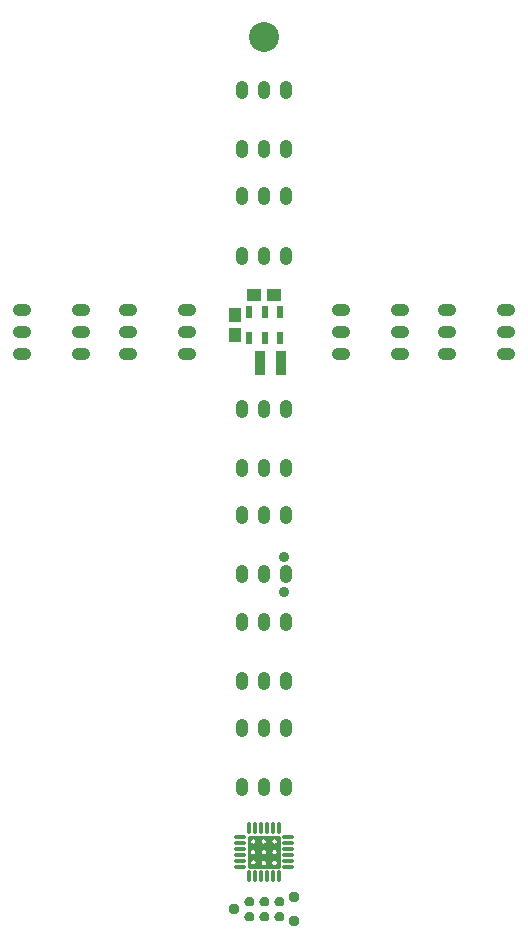
<source format=gts>
G04 DipTrace 2.4.0.2*
%INcross.gts*%
%MOMM*%
%ADD10C,0.25*%
%ADD18C,0.165*%
%ADD27R,0.5X1.0*%
%ADD39C,0.95*%
%ADD40C,0.9*%
%ADD41C,2.54*%
%ADD46O,1.55X1.05*%
%ADD47R,0.9X2.05*%
%ADD48R,1.05X1.15*%
%ADD49R,1.15X1.05*%
%ADD50O,1.05X1.55*%
%ADD54O,1.05X0.33*%
%ADD55O,0.33X1.05*%
%FSLAX53Y53*%
G04*
G71*
G90*
G75*
G01*
%LNTopMask*%
%LPD*%
X30824Y16996D2*
D18*
X30825Y17015D1*
X30827Y17033D1*
X30830Y17052D1*
X30835Y17070D1*
X30841Y17088D1*
X30848Y17105D1*
X30857Y17121D1*
X30866Y17138D1*
X30877Y17153D1*
X30889Y17168D1*
X30902Y17182D1*
X30916Y17194D1*
X30931Y17206D1*
X30947Y17217D1*
X30964Y17227D1*
X30981Y17236D1*
X30999Y17244D1*
X31017Y17250D1*
X31036Y17255D1*
X31055Y17259D1*
X31074Y17261D1*
X31094Y17263D1*
X31113D1*
X31133Y17261D1*
X31152Y17259D1*
X31171Y17255D1*
X31190Y17250D1*
X31208Y17244D1*
X31226Y17236D1*
X31243Y17227D1*
X31260Y17217D1*
X31275Y17206D1*
X31290Y17194D1*
X31304Y17182D1*
X31318Y17168D1*
X31330Y17153D1*
X31340Y17138D1*
X31350Y17121D1*
X31359Y17105D1*
X31366Y17088D1*
X31372Y17070D1*
X31377Y17052D1*
X31380Y17033D1*
X31382Y17015D1*
X31383Y16996D1*
X31382Y16978D1*
X31380Y16959D1*
X31377Y16941D1*
X31372Y16923D1*
X31366Y16905D1*
X31359Y16888D1*
X31350Y16871D1*
X31340Y16855D1*
X31330Y16840D1*
X31318Y16825D1*
X31304Y16811D1*
X31290Y16798D1*
X31275Y16786D1*
X31260Y16775D1*
X31243Y16765D1*
X31226Y16757D1*
X31208Y16749D1*
X31190Y16743D1*
X31171Y16738D1*
X31152Y16734D1*
X31133Y16731D1*
X31113Y16730D1*
X31094D1*
X31074Y16731D1*
X31055Y16734D1*
X31036Y16738D1*
X31017Y16743D1*
X30999Y16749D1*
X30981Y16757D1*
X30964Y16765D1*
X30947Y16775D1*
X30931Y16786D1*
X30916Y16798D1*
X30902Y16811D1*
X30889Y16825D1*
X30877Y16840D1*
X30866Y16855D1*
X30857Y16871D1*
X30848Y16888D1*
X30841Y16905D1*
X30835Y16923D1*
X30830Y16941D1*
X30827Y16959D1*
X30825Y16978D1*
X30824Y16996D1*
Y17900D2*
X30825Y17918D1*
X30827Y17937D1*
X30830Y17955D1*
X30835Y17973D1*
X30841Y17991D1*
X30848Y18008D1*
X30857Y18025D1*
X30866Y18041D1*
X30877Y18056D1*
X30889Y18071D1*
X30902Y18085D1*
X30916Y18098D1*
X30931Y18110D1*
X30947Y18121D1*
X30964Y18130D1*
X30981Y18139D1*
X30999Y18147D1*
X31017Y18153D1*
X31036Y18158D1*
X31055Y18162D1*
X31074Y18165D1*
X31094Y18166D1*
X31113D1*
X31133Y18165D1*
X31152Y18162D1*
X31171Y18158D1*
X31190Y18153D1*
X31208Y18147D1*
X31226Y18139D1*
X31243Y18130D1*
X31260Y18121D1*
X31275Y18110D1*
X31290Y18098D1*
X31304Y18085D1*
X31318Y18071D1*
X31330Y18056D1*
X31340Y18041D1*
X31350Y18025D1*
X31359Y18008D1*
X31366Y17991D1*
X31372Y17973D1*
X31377Y17955D1*
X31380Y17937D1*
X31382Y17918D1*
X31383Y17900D1*
X31382Y17881D1*
X31380Y17862D1*
X31377Y17844D1*
X31372Y17826D1*
X31366Y17808D1*
X31359Y17791D1*
X31350Y17774D1*
X31340Y17758D1*
X31330Y17743D1*
X31318Y17728D1*
X31304Y17714D1*
X31290Y17701D1*
X31275Y17689D1*
X31260Y17679D1*
X31243Y17669D1*
X31226Y17660D1*
X31208Y17652D1*
X31190Y17646D1*
X31171Y17641D1*
X31152Y17637D1*
X31133Y17634D1*
X31113Y17633D1*
X31094D1*
X31074Y17634D1*
X31055Y17637D1*
X31036Y17641D1*
X31017Y17646D1*
X30999Y17652D1*
X30981Y17660D1*
X30964Y17669D1*
X30947Y17679D1*
X30931Y17689D1*
X30916Y17701D1*
X30902Y17714D1*
X30889Y17728D1*
X30877Y17743D1*
X30866Y17758D1*
X30857Y17774D1*
X30848Y17791D1*
X30841Y17808D1*
X30835Y17826D1*
X30830Y17844D1*
X30827Y17862D1*
X30825Y17881D1*
X30824Y17900D1*
X31721Y16090D2*
Y16108D1*
X31723Y16127D1*
X31727Y16145D1*
X31731Y16163D1*
X31737Y16181D1*
X31745Y16198D1*
X31753Y16215D1*
X31763Y16231D1*
X31774Y16246D1*
X31786Y16261D1*
X31799Y16275D1*
X31813Y16288D1*
X31828Y16300D1*
X31844Y16311D1*
X31860Y16321D1*
X31877Y16329D1*
X31895Y16337D1*
X31914Y16343D1*
X31932Y16348D1*
X31951Y16352D1*
X31971Y16355D1*
X31990Y16356D1*
X32010D1*
X32029Y16355D1*
X32049Y16352D1*
X32068Y16348D1*
X32086Y16343D1*
X32105Y16337D1*
X32123Y16329D1*
X32140Y16321D1*
X32156Y16311D1*
X32172Y16300D1*
X32187Y16288D1*
X32201Y16275D1*
X32214Y16261D1*
X32226Y16246D1*
X32237Y16231D1*
X32247Y16215D1*
X32255Y16198D1*
X32263Y16181D1*
X32269Y16163D1*
X32273Y16145D1*
X32277Y16127D1*
X32279Y16108D1*
Y16090D1*
Y16071D1*
X32277Y16053D1*
X32273Y16034D1*
X32269Y16016D1*
X32263Y15998D1*
X32255Y15981D1*
X32247Y15964D1*
X32237Y15948D1*
X32226Y15933D1*
X32214Y15918D1*
X32201Y15904D1*
X32187Y15892D1*
X32172Y15880D1*
X32156Y15869D1*
X32140Y15859D1*
X32123Y15850D1*
X32105Y15842D1*
X32086Y15836D1*
X32068Y15831D1*
X32049Y15827D1*
X32029Y15824D1*
X32010Y15823D1*
X31990D1*
X31971Y15824D1*
X31951Y15827D1*
X31932Y15831D1*
X31914Y15836D1*
X31895Y15842D1*
X31877Y15850D1*
X31860Y15859D1*
X31844Y15869D1*
X31828Y15880D1*
X31813Y15892D1*
X31799Y15904D1*
X31786Y15918D1*
X31774Y15933D1*
X31763Y15948D1*
X31753Y15964D1*
X31745Y15981D1*
X31737Y15998D1*
X31731Y16016D1*
X31727Y16034D1*
X31723Y16053D1*
X31721Y16071D1*
Y16090D1*
X31724Y16990D2*
X31725Y17008D1*
X31727Y17027D1*
X31730Y17045D1*
X31735Y17063D1*
X31741Y17081D1*
X31748Y17098D1*
X31757Y17115D1*
X31767Y17131D1*
X31777Y17146D1*
X31789Y17161D1*
X31802Y17175D1*
X31816Y17188D1*
X31831Y17200D1*
X31847Y17211D1*
X31864Y17220D1*
X31881Y17229D1*
X31899Y17237D1*
X31917Y17243D1*
X31936Y17248D1*
X31955Y17252D1*
X31974Y17255D1*
X31994Y17256D1*
X32013D1*
X32033Y17255D1*
X32052Y17252D1*
X32071Y17248D1*
X32090Y17243D1*
X32108Y17237D1*
X32126Y17229D1*
X32143Y17220D1*
X32159Y17211D1*
X32175Y17200D1*
X32190Y17188D1*
X32204Y17175D1*
X32217Y17161D1*
X32229Y17146D1*
X32240Y17131D1*
X32250Y17115D1*
X32258Y17098D1*
X32266Y17081D1*
X32272Y17063D1*
X32276Y17045D1*
X32280Y17027D1*
X32282Y17008D1*
X32283Y16990D1*
X32282Y16971D1*
X32280Y16952D1*
X32276Y16934D1*
X32272Y16916D1*
X32266Y16898D1*
X32258Y16881D1*
X32250Y16864D1*
X32240Y16848D1*
X32229Y16833D1*
X32217Y16818D1*
X32204Y16804D1*
X32190Y16791D1*
X32175Y16779D1*
X32159Y16768D1*
X32143Y16759D1*
X32126Y16750D1*
X32108Y16742D1*
X32090Y16736D1*
X32071Y16731D1*
X32052Y16727D1*
X32033Y16724D1*
X32013Y16723D1*
X31994D1*
X31974Y16724D1*
X31955Y16727D1*
X31936Y16731D1*
X31917Y16736D1*
X31899Y16742D1*
X31881Y16750D1*
X31864Y16759D1*
X31847Y16768D1*
X31831Y16779D1*
X31816Y16791D1*
X31802Y16804D1*
X31789Y16818D1*
X31777Y16833D1*
X31767Y16848D1*
X31757Y16864D1*
X31748Y16881D1*
X31741Y16898D1*
X31735Y16916D1*
X31730Y16934D1*
X31727Y16952D1*
X31725Y16971D1*
X31724Y16990D1*
Y17000D2*
X31725Y17018D1*
X31727Y17037D1*
X31730Y17055D1*
X31735Y17073D1*
X31741Y17091D1*
X31748Y17108D1*
X31757Y17125D1*
X31767Y17141D1*
X31777Y17156D1*
X31789Y17171D1*
X31802Y17185D1*
X31816Y17198D1*
X31831Y17210D1*
X31847Y17221D1*
X31864Y17231D1*
X31881Y17239D1*
X31899Y17247D1*
X31917Y17253D1*
X31936Y17258D1*
X31955Y17262D1*
X31974Y17265D1*
X31994Y17266D1*
X32013D1*
X32033Y17265D1*
X32052Y17262D1*
X32071Y17258D1*
X32090Y17253D1*
X32108Y17247D1*
X32126Y17239D1*
X32143Y17231D1*
X32159Y17221D1*
X32175Y17210D1*
X32190Y17198D1*
X32204Y17185D1*
X32217Y17171D1*
X32229Y17156D1*
X32240Y17141D1*
X32250Y17125D1*
X32258Y17108D1*
X32266Y17091D1*
X32272Y17073D1*
X32276Y17055D1*
X32280Y17037D1*
X32282Y17018D1*
X32283Y17000D1*
X32282Y16981D1*
X32280Y16963D1*
X32276Y16944D1*
X32272Y16926D1*
X32266Y16909D1*
X32258Y16891D1*
X32250Y16875D1*
X32240Y16858D1*
X32229Y16843D1*
X32217Y16828D1*
X32204Y16815D1*
X32190Y16802D1*
X32175Y16790D1*
X32159Y16779D1*
X32143Y16769D1*
X32126Y16760D1*
X32108Y16753D1*
X32090Y16746D1*
X32071Y16741D1*
X32052Y16737D1*
X32033Y16735D1*
X32013Y16733D1*
X31994D1*
X31974Y16735D1*
X31955Y16737D1*
X31936Y16741D1*
X31917Y16746D1*
X31899Y16753D1*
X31881Y16760D1*
X31864Y16769D1*
X31847Y16779D1*
X31831Y16790D1*
X31816Y16802D1*
X31802Y16815D1*
X31789Y16828D1*
X31777Y16843D1*
X31767Y16858D1*
X31757Y16875D1*
X31748Y16891D1*
X31741Y16909D1*
X31735Y16926D1*
X31730Y16944D1*
X31727Y16963D1*
X31725Y16981D1*
X31724Y17000D1*
X31717Y17896D2*
X31718Y17915D1*
X31720Y17933D1*
X31724Y17952D1*
X31728Y17970D1*
X31734Y17987D1*
X31742Y18005D1*
X31750Y18021D1*
X31760Y18037D1*
X31771Y18053D1*
X31783Y18068D1*
X31796Y18081D1*
X31810Y18094D1*
X31825Y18106D1*
X31841Y18117D1*
X31857Y18127D1*
X31874Y18136D1*
X31892Y18143D1*
X31910Y18150D1*
X31929Y18155D1*
X31948Y18159D1*
X31967Y18161D1*
X31987Y18163D1*
X32006D1*
X32026Y18161D1*
X32045Y18159D1*
X32064Y18155D1*
X32083Y18150D1*
X32101Y18143D1*
X32119Y18136D1*
X32136Y18127D1*
X32153Y18117D1*
X32169Y18106D1*
X32184Y18094D1*
X32198Y18081D1*
X32211Y18068D1*
X32223Y18053D1*
X32233Y18037D1*
X32243Y18021D1*
X32252Y18005D1*
X32259Y17987D1*
X32265Y17970D1*
X32270Y17952D1*
X32273Y17933D1*
X32275Y17915D1*
X32276Y17896D1*
X32275Y17878D1*
X32273Y17859D1*
X32270Y17841D1*
X32265Y17823D1*
X32259Y17805D1*
X32252Y17788D1*
X32243Y17771D1*
X32233Y17755D1*
X32223Y17739D1*
X32211Y17725D1*
X32198Y17711D1*
X32184Y17698D1*
X32169Y17686D1*
X32153Y17675D1*
X32136Y17665D1*
X32119Y17657D1*
X32101Y17649D1*
X32083Y17643D1*
X32064Y17637D1*
X32045Y17634D1*
X32026Y17631D1*
X32006Y17630D1*
X31987D1*
X31967Y17631D1*
X31948Y17634D1*
X31929Y17637D1*
X31910Y17643D1*
X31892Y17649D1*
X31874Y17657D1*
X31857Y17665D1*
X31841Y17675D1*
X31825Y17686D1*
X31810Y17698D1*
X31796Y17711D1*
X31783Y17725D1*
X31771Y17739D1*
X31760Y17755D1*
X31750Y17771D1*
X31742Y17788D1*
X31734Y17805D1*
X31728Y17823D1*
X31724Y17841D1*
X31720Y17859D1*
X31718Y17878D1*
X31717Y17896D1*
X32624Y16993D2*
X32625Y17012D1*
X32627Y17030D1*
X32630Y17048D1*
X32635Y17066D1*
X32641Y17084D1*
X32648Y17101D1*
X32657Y17118D1*
X32667Y17134D1*
X32678Y17150D1*
X32690Y17164D1*
X32703Y17178D1*
X32717Y17191D1*
X32732Y17203D1*
X32747Y17214D1*
X32764Y17224D1*
X32781Y17233D1*
X32799Y17240D1*
X32817Y17246D1*
X32836Y17252D1*
X32855Y17255D1*
X32874Y17258D1*
X32894Y17259D1*
X32913D1*
X32933Y17258D1*
X32952Y17255D1*
X32971Y17252D1*
X32990Y17246D1*
X33008Y17240D1*
X33026Y17233D1*
X33043Y17224D1*
X33060Y17214D1*
X33075Y17203D1*
X33090Y17191D1*
X33104Y17178D1*
X33117Y17164D1*
X33129Y17150D1*
X33140Y17134D1*
X33150Y17118D1*
X33159Y17101D1*
X33166Y17084D1*
X33172Y17066D1*
X33177Y17048D1*
X33180Y17030D1*
X33182Y17012D1*
X33183Y16993D1*
X33182Y16974D1*
X33180Y16956D1*
X33177Y16937D1*
X33172Y16919D1*
X33166Y16902D1*
X33159Y16884D1*
X33150Y16868D1*
X33140Y16852D1*
X33129Y16836D1*
X33117Y16822D1*
X33104Y16808D1*
X33090Y16795D1*
X33075Y16783D1*
X33060Y16772D1*
X33043Y16762D1*
X33026Y16753D1*
X33008Y16746D1*
X32990Y16739D1*
X32971Y16734D1*
X32952Y16730D1*
X32933Y16728D1*
X32913Y16726D1*
X32894D1*
X32874Y16728D1*
X32855Y16730D1*
X32836Y16734D1*
X32817Y16739D1*
X32799Y16746D1*
X32781Y16753D1*
X32764Y16762D1*
X32747Y16772D1*
X32732Y16783D1*
X32717Y16795D1*
X32703Y16808D1*
X32690Y16822D1*
X32678Y16836D1*
X32667Y16852D1*
X32657Y16868D1*
X32648Y16884D1*
X32641Y16902D1*
X32635Y16919D1*
X32630Y16937D1*
X32627Y16956D1*
X32625Y16974D1*
X32624Y16993D1*
Y16096D2*
X32625Y16115D1*
X32627Y16134D1*
X32630Y16152D1*
X32635Y16170D1*
X32641Y16188D1*
X32648Y16205D1*
X32657Y16222D1*
X32667Y16238D1*
X32678Y16253D1*
X32690Y16268D1*
X32703Y16282D1*
X32717Y16295D1*
X32732Y16307D1*
X32747Y16317D1*
X32764Y16327D1*
X32781Y16336D1*
X32799Y16344D1*
X32817Y16350D1*
X32836Y16355D1*
X32855Y16359D1*
X32874Y16362D1*
X32894Y16363D1*
X32913D1*
X32933Y16362D1*
X32952Y16359D1*
X32971Y16355D1*
X32990Y16350D1*
X33008Y16344D1*
X33026Y16336D1*
X33043Y16327D1*
X33060Y16317D1*
X33075Y16307D1*
X33090Y16295D1*
X33104Y16282D1*
X33117Y16268D1*
X33129Y16253D1*
X33140Y16238D1*
X33150Y16222D1*
X33159Y16205D1*
X33166Y16188D1*
X33172Y16170D1*
X33177Y16152D1*
X33180Y16134D1*
X33182Y16115D1*
X33183Y16096D1*
X33182Y16078D1*
X33180Y16059D1*
X33177Y16041D1*
X33172Y16023D1*
X33166Y16005D1*
X33159Y15988D1*
X33150Y15971D1*
X33140Y15955D1*
X33129Y15940D1*
X33117Y15925D1*
X33104Y15911D1*
X33090Y15898D1*
X33075Y15886D1*
X33060Y15875D1*
X33043Y15866D1*
X33026Y15857D1*
X33008Y15849D1*
X32990Y15843D1*
X32971Y15838D1*
X32952Y15834D1*
X32933Y15831D1*
X32913Y15830D1*
X32894D1*
X32874Y15831D1*
X32855Y15834D1*
X32836Y15838D1*
X32817Y15843D1*
X32799Y15849D1*
X32781Y15857D1*
X32764Y15866D1*
X32747Y15875D1*
X32732Y15886D1*
X32717Y15898D1*
X32703Y15911D1*
X32690Y15925D1*
X32678Y15940D1*
X32667Y15955D1*
X32657Y15971D1*
X32648Y15988D1*
X32641Y16005D1*
X32635Y16023D1*
X32630Y16041D1*
X32627Y16059D1*
X32625Y16078D1*
X32624Y16096D1*
Y17900D2*
X32625Y17918D1*
X32627Y17937D1*
X32630Y17955D1*
X32635Y17973D1*
X32641Y17991D1*
X32648Y18008D1*
X32657Y18025D1*
X32667Y18041D1*
X32678Y18056D1*
X32690Y18071D1*
X32703Y18085D1*
X32717Y18098D1*
X32732Y18110D1*
X32747Y18121D1*
X32764Y18130D1*
X32781Y18139D1*
X32799Y18147D1*
X32817Y18153D1*
X32836Y18158D1*
X32855Y18162D1*
X32874Y18165D1*
X32894Y18166D1*
X32913D1*
X32933Y18165D1*
X32952Y18162D1*
X32971Y18158D1*
X32990Y18153D1*
X33008Y18147D1*
X33026Y18139D1*
X33043Y18130D1*
X33060Y18121D1*
X33075Y18110D1*
X33090Y18098D1*
X33104Y18085D1*
X33117Y18071D1*
X33129Y18056D1*
X33140Y18041D1*
X33150Y18025D1*
X33159Y18008D1*
X33166Y17991D1*
X33172Y17973D1*
X33177Y17955D1*
X33180Y17937D1*
X33182Y17918D1*
X33183Y17900D1*
X33182Y17881D1*
X33180Y17862D1*
X33177Y17844D1*
X33172Y17826D1*
X33166Y17808D1*
X33159Y17791D1*
X33150Y17774D1*
X33140Y17758D1*
X33129Y17743D1*
X33117Y17728D1*
X33104Y17714D1*
X33090Y17701D1*
X33075Y17689D1*
X33060Y17679D1*
X33043Y17669D1*
X33026Y17660D1*
X33008Y17652D1*
X32990Y17646D1*
X32971Y17641D1*
X32952Y17637D1*
X32933Y17634D1*
X32913Y17633D1*
X32894D1*
X32874Y17634D1*
X32855Y17637D1*
X32836Y17641D1*
X32817Y17646D1*
X32799Y17652D1*
X32781Y17660D1*
X32764Y17669D1*
X32747Y17679D1*
X32732Y17689D1*
X32717Y17701D1*
X32703Y17714D1*
X32690Y17728D1*
X32678Y17743D1*
X32667Y17758D1*
X32657Y17774D1*
X32648Y17791D1*
X32641Y17808D1*
X32635Y17826D1*
X32630Y17844D1*
X32627Y17862D1*
X32625Y17881D1*
X32624Y17900D1*
X30733Y15740D2*
D10*
X33260D1*
Y18230D1*
X30733D1*
Y15740D1*
G36*
X30793Y16334D2*
X33177D1*
Y16814D1*
X30793D1*
Y16334D1*
G37*
G36*
X32200Y15777D2*
X32667D1*
Y18253D1*
X32200D1*
Y15777D1*
G37*
G36*
X31340Y15794D2*
X31807D1*
Y18153D1*
X31340D1*
Y15794D1*
G37*
G36*
X30700Y17223D2*
X33170D1*
Y17696D1*
X30700D1*
Y17223D1*
G37*
X30837Y16123D2*
D18*
X30838Y16142D1*
X30840Y16160D1*
X30843Y16179D1*
X30848Y16197D1*
X30854Y16214D1*
X30861Y16232D1*
X30870Y16248D1*
X30880Y16264D1*
X30891Y16280D1*
X30903Y16294D1*
X30916Y16308D1*
X30930Y16321D1*
X30945Y16333D1*
X30960Y16344D1*
X30977Y16354D1*
X30994Y16363D1*
X31012Y16370D1*
X31030Y16377D1*
X31049Y16382D1*
X31068Y16386D1*
X31087Y16388D1*
X31107Y16390D1*
X31126D1*
X31146Y16388D1*
X31165Y16386D1*
X31184Y16382D1*
X31203Y16377D1*
X31221Y16370D1*
X31239Y16363D1*
X31256Y16354D1*
X31273Y16344D1*
X31289Y16333D1*
X31304Y16321D1*
X31318Y16308D1*
X31331Y16294D1*
X31343Y16280D1*
X31354Y16264D1*
X31363Y16248D1*
X31372Y16232D1*
X31379Y16214D1*
X31385Y16197D1*
X31390Y16179D1*
X31393Y16160D1*
X31395Y16142D1*
X31396Y16123D1*
X31395Y16104D1*
X31393Y16086D1*
X31390Y16068D1*
X31385Y16050D1*
X31379Y16032D1*
X31372Y16015D1*
X31363Y15998D1*
X31354Y15982D1*
X31343Y15966D1*
X31331Y15952D1*
X31318Y15938D1*
X31304Y15925D1*
X31289Y15913D1*
X31273Y15902D1*
X31256Y15892D1*
X31239Y15883D1*
X31221Y15876D1*
X31203Y15870D1*
X31184Y15864D1*
X31165Y15861D1*
X31146Y15858D1*
X31126Y15857D1*
X31107D1*
X31087Y15858D1*
X31068Y15861D1*
X31049Y15864D1*
X31030Y15870D1*
X31012Y15876D1*
X30994Y15883D1*
X30977Y15892D1*
X30960Y15902D1*
X30945Y15913D1*
X30930Y15925D1*
X30916Y15938D1*
X30903Y15952D1*
X30891Y15966D1*
X30880Y15982D1*
X30870Y15998D1*
X30861Y16015D1*
X30854Y16032D1*
X30848Y16050D1*
X30843Y16068D1*
X30840Y16086D1*
X30838Y16104D1*
X30837Y16123D1*
D55*
X30750Y14950D3*
X31250D3*
X31750D3*
X32250D3*
X32750D3*
X33250D3*
D54*
X34050Y15750D3*
Y16250D3*
Y16750D3*
Y17250D3*
Y17750D3*
Y18250D3*
D55*
X33250Y19050D3*
X32750D3*
X32250D3*
X31750D3*
X31250D3*
X30750D3*
D54*
X29950Y18250D3*
Y17750D3*
Y17250D3*
Y16750D3*
Y16250D3*
Y15750D3*
D27*
X33359Y62688D3*
X32059D3*
X30759D3*
Y60488D3*
X32059D3*
X33359D3*
G36*
X31189Y12807D2*
X31182Y12880D1*
X31164Y12950D1*
X31133Y13016D1*
X31091Y13076D1*
X31039Y13128D1*
X30979Y13170D1*
X30913Y13201D1*
X30843Y13219D1*
X30770Y13226D1*
D1*
X30697Y13219D1*
X30627Y13201D1*
X30561Y13170D1*
X30501Y13128D1*
X30449Y13076D1*
X30407Y13016D1*
X30376Y12950D1*
X30358Y12880D1*
X30351Y12807D1*
D1*
X30358Y12734D1*
X30376Y12664D1*
X30407Y12598D1*
X30449Y12538D1*
X30501Y12486D1*
X30561Y12444D1*
X30627Y12413D1*
X30697Y12395D1*
X30770Y12388D1*
D1*
X30843Y12395D1*
X30913Y12413D1*
X30979Y12444D1*
X31039Y12486D1*
X31091Y12538D1*
X31133Y12598D1*
X31164Y12664D1*
X31182Y12734D1*
X31189Y12807D1*
G37*
G36*
X32459D2*
X32452Y12880D1*
X32434Y12950D1*
X32403Y13016D1*
X32361Y13076D1*
X32309Y13128D1*
X32249Y13170D1*
X32183Y13201D1*
X32113Y13219D1*
X32040Y13226D1*
D1*
X31967Y13219D1*
X31897Y13201D1*
X31831Y13170D1*
X31771Y13128D1*
X31719Y13076D1*
X31677Y13016D1*
X31646Y12950D1*
X31628Y12880D1*
X31621Y12807D1*
D1*
X31628Y12734D1*
X31646Y12664D1*
X31677Y12598D1*
X31719Y12538D1*
X31771Y12486D1*
X31831Y12444D1*
X31897Y12413D1*
X31967Y12395D1*
X32040Y12388D1*
D1*
X32113Y12395D1*
X32183Y12413D1*
X32249Y12444D1*
X32309Y12486D1*
X32361Y12538D1*
X32403Y12598D1*
X32434Y12664D1*
X32452Y12734D1*
X32459Y12807D1*
G37*
G36*
X33729D2*
X33722Y12880D1*
X33704Y12950D1*
X33673Y13016D1*
X33631Y13076D1*
X33579Y13128D1*
X33519Y13170D1*
X33453Y13201D1*
X33383Y13219D1*
X33310Y13226D1*
D1*
X33237Y13219D1*
X33167Y13201D1*
X33101Y13170D1*
X33041Y13128D1*
X32989Y13076D1*
X32947Y13016D1*
X32916Y12950D1*
X32898Y12880D1*
X32891Y12807D1*
D1*
X32898Y12734D1*
X32916Y12664D1*
X32947Y12598D1*
X32989Y12538D1*
X33041Y12486D1*
X33101Y12444D1*
X33167Y12413D1*
X33237Y12395D1*
X33310Y12388D1*
D1*
X33383Y12395D1*
X33453Y12413D1*
X33519Y12444D1*
X33579Y12486D1*
X33631Y12538D1*
X33673Y12598D1*
X33704Y12664D1*
X33722Y12734D1*
X33729Y12807D1*
G37*
G36*
Y11537D2*
X33722Y11610D1*
X33704Y11680D1*
X33673Y11746D1*
X33631Y11806D1*
X33579Y11858D1*
X33519Y11900D1*
X33453Y11931D1*
X33383Y11949D1*
X33310Y11956D1*
D1*
X33237Y11949D1*
X33167Y11931D1*
X33101Y11900D1*
X33041Y11858D1*
X32989Y11806D1*
X32947Y11746D1*
X32916Y11680D1*
X32898Y11610D1*
X32891Y11537D1*
D1*
X32898Y11464D1*
X32916Y11394D1*
X32947Y11328D1*
X32989Y11268D1*
X33041Y11216D1*
X33101Y11174D1*
X33167Y11143D1*
X33237Y11125D1*
X33310Y11118D1*
D1*
X33383Y11125D1*
X33453Y11143D1*
X33519Y11174D1*
X33579Y11216D1*
X33631Y11268D1*
X33673Y11328D1*
X33704Y11394D1*
X33722Y11464D1*
X33729Y11537D1*
G37*
G36*
X32459D2*
X32452Y11610D1*
X32434Y11680D1*
X32403Y11746D1*
X32361Y11806D1*
X32309Y11858D1*
X32249Y11900D1*
X32183Y11931D1*
X32113Y11949D1*
X32040Y11956D1*
D1*
X31967Y11949D1*
X31897Y11931D1*
X31831Y11900D1*
X31771Y11858D1*
X31719Y11806D1*
X31677Y11746D1*
X31646Y11680D1*
X31628Y11610D1*
X31621Y11537D1*
D1*
X31628Y11464D1*
X31646Y11394D1*
X31677Y11328D1*
X31719Y11268D1*
X31771Y11216D1*
X31831Y11174D1*
X31897Y11143D1*
X31967Y11125D1*
X32040Y11118D1*
D1*
X32113Y11125D1*
X32183Y11143D1*
X32249Y11174D1*
X32309Y11216D1*
X32361Y11268D1*
X32403Y11328D1*
X32434Y11394D1*
X32452Y11464D1*
X32459Y11537D1*
G37*
G36*
X31189D2*
X31182Y11610D1*
X31164Y11680D1*
X31133Y11746D1*
X31091Y11806D1*
X31039Y11858D1*
X30979Y11900D1*
X30913Y11931D1*
X30843Y11949D1*
X30770Y11956D1*
D1*
X30697Y11949D1*
X30627Y11931D1*
X30561Y11900D1*
X30501Y11858D1*
X30449Y11806D1*
X30407Y11746D1*
X30376Y11680D1*
X30358Y11610D1*
X30351Y11537D1*
D1*
X30358Y11464D1*
X30376Y11394D1*
X30407Y11328D1*
X30449Y11268D1*
X30501Y11216D1*
X30561Y11174D1*
X30627Y11143D1*
X30697Y11125D1*
X30770Y11118D1*
D1*
X30843Y11125D1*
X30913Y11143D1*
X30979Y11174D1*
X31039Y11216D1*
X31091Y11268D1*
X31133Y11328D1*
X31164Y11394D1*
X31182Y11464D1*
X31189Y11537D1*
G37*
D39*
X29500Y12172D3*
X34580Y13188D3*
Y11156D3*
D50*
X30150Y22500D3*
X32000D3*
X33850D3*
Y27500D3*
X32000D3*
X30150D3*
D49*
X32889Y64123D3*
X31189D3*
D48*
X29577Y60750D3*
Y62450D3*
D47*
X33414Y58430D3*
X31714D3*
D50*
X30150Y31500D3*
X32000D3*
X33850D3*
Y36500D3*
X32000D3*
X30150D3*
Y40500D3*
X32000D3*
X33850D3*
Y45500D3*
X32000D3*
X30150D3*
Y49500D3*
X32000D3*
X33850D3*
Y54500D3*
X32000D3*
X30150D3*
D46*
X25500Y59150D3*
Y61000D3*
Y62850D3*
X20500D3*
Y61000D3*
Y59150D3*
X16500D3*
Y61000D3*
Y62850D3*
X11500D3*
Y61000D3*
Y59150D3*
D50*
X30150Y67500D3*
X32000D3*
X33850D3*
Y72500D3*
X32000D3*
X30150D3*
Y76500D3*
X32000D3*
X33850D3*
Y81500D3*
X32000D3*
X30150D3*
D46*
X38500Y62850D3*
Y61000D3*
Y59150D3*
X43500D3*
Y61000D3*
Y62850D3*
X47500D3*
Y61000D3*
Y59150D3*
X52500D3*
Y61000D3*
Y62850D3*
D40*
X33710Y39013D3*
Y42013D3*
D41*
X32000Y86000D3*
M02*

</source>
